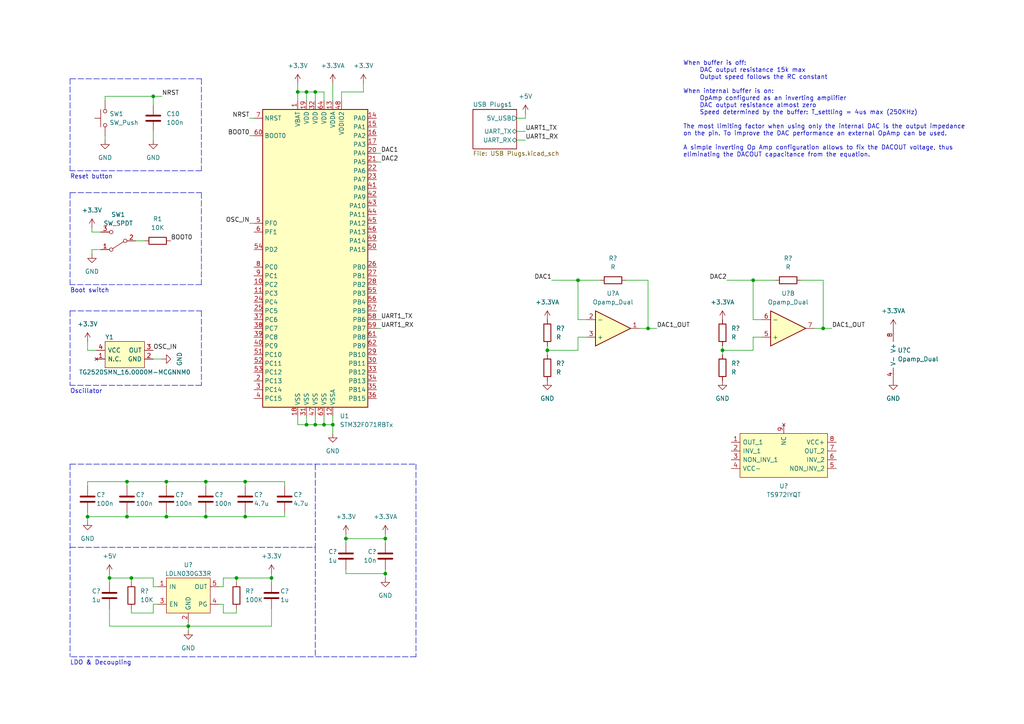
<source format=kicad_sch>
(kicad_sch (version 20211123) (generator eeschema)
  (paper "A4")
  (lib_symbols
    (symbol "Device:C" (pin_numbers hide) (pin_names (offset 0.254))
      (property "Reference" "C" (at 0.635 2.54 0))
      (property "Value" "C" (at 0.635 -2.54 0))
      (symbol "C_0_1"
        (polyline (pts (xy -2.032 -0.762) (xy 2.032 -0.762)) (stroke (width 0.508)))
        (polyline (pts (xy -2.032 0.762) (xy 2.032 0.762)) (stroke (width 0.508)))
      )
      (symbol "C_1_1"
        (pin passive line (at 0 3.81 270) (length 2.794) (name "~") (number "1"))
        (pin passive line (at 0 -3.81 90) (length 2.794) (name "~") (number "2"))
      )
    )
    (symbol "Device:Opamp_Dual"
      (property "Reference" "U" (at 0 5.08 0))
      (property "Value" "Opamp_Dual" (at 0 -5.08 0))
      (symbol "Opamp_Dual_1_1"
        (polyline (pts (xy -5.08 5.08) (xy 5.08 0) (xy -5.08 -5.08) (xy -5.08 5.08)) (stroke (width 0.254)) (fill (type background)))
        (pin output line (at 7.62 0 180) (length 2.54) (name "~") (number "1"))
        (pin input line (at -7.62 -2.54 0) (length 2.54) (name "-") (number "2"))
        (pin input line (at -7.62 2.54 0) (length 2.54) (name "+") (number "3"))
      )
      (symbol "Opamp_Dual_2_1"
        (polyline (pts (xy -5.08 5.08) (xy 5.08 0) (xy -5.08 -5.08) (xy -5.08 5.08)) (stroke (width 0.254)) (fill (type background)))
        (pin input line (at -7.62 2.54 0) (length 2.54) (name "+") (number "5"))
        (pin input line (at -7.62 -2.54 0) (length 2.54) (name "-") (number "6"))
        (pin output line (at 7.62 0 180) (length 2.54) (name "~") (number "7"))
      )
      (symbol "Opamp_Dual_3_1"
        (pin power_in line (at -2.54 -7.62 90) (length 3.81) (name "V-") (number "4"))
        (pin power_in line (at -2.54 7.62 270) (length 3.81) (name "V+") (number "8"))
      )
    )
    (symbol "Device:R" (pin_numbers hide) (pin_names (offset 0))
      (property "Reference" "R" (at 2.032 0 90))
      (property "Value" "R" (at 0 0 90))
      (symbol "R_0_1"
        (rectangle (start -1.016 -2.54) (end 1.016 2.54) (stroke (width 0.254)))
      )
      (symbol "R_1_1"
        (pin passive line (at 0 3.81 270) (length 1.27) (name "~") (number "1"))
        (pin passive line (at 0 -3.81 90) (length 1.27) (name "~") (number "2"))
      )
    )
    (symbol "MCU_ST_STM32F0:STM32F071RBTx"
      (property "Reference" "U" (at -15.24 44.45 0))
      (property "Value" "STM32F071RBTx" (at 10.16 44.45 0))
      (symbol "STM32F071RBTx_0_1"
        (rectangle (start -15.24 -43.18) (end 15.24 43.18) (stroke (width 0.254)) (fill (type background)))
      )
      (symbol "STM32F071RBTx_1_1"
        (pin power_in line (at -5.08 45.72 270) (length 2.54) (name "VBAT") (number "1"))
        (pin bidirectional line (at -17.78 -7.62 0) (length 2.54) (name "PC2") (number "10"))
        (pin bidirectional line (at -17.78 -10.16 0) (length 2.54) (name "PC3") (number "11"))
        (pin power_in line (at 5.08 -45.72 90) (length 2.54) (name "VSSA") (number "12"))
        (pin power_in line (at 5.08 45.72 270) (length 2.54) (name "VDDA") (number "13"))
        (pin bidirectional line (at 17.78 40.64 180) (length 2.54) (name "PA0") (number "14"))
        (pin bidirectional line (at 17.78 38.1 180) (length 2.54) (name "PA1") (number "15"))
        (pin bidirectional line (at 17.78 35.56 180) (length 2.54) (name "PA2") (number "16"))
        (pin bidirectional line (at 17.78 33.02 180) (length 2.54) (name "PA3") (number "17"))
        (pin power_in line (at -5.08 -45.72 90) (length 2.54) (name "VSS") (number "18"))
        (pin power_in line (at -2.54 45.72 270) (length 2.54) (name "VDD") (number "19"))
        (pin bidirectional line (at -17.78 -35.56 0) (length 2.54) (name "PC13") (number "2"))
        (pin bidirectional line (at 17.78 30.48 180) (length 2.54) (name "PA4") (number "20"))
        (pin bidirectional line (at 17.78 27.94 180) (length 2.54) (name "PA5") (number "21"))
        (pin bidirectional line (at 17.78 25.4 180) (length 2.54) (name "PA6") (number "22"))
        (pin bidirectional line (at 17.78 22.86 180) (length 2.54) (name "PA7") (number "23"))
        (pin bidirectional line (at -17.78 -12.7 0) (length 2.54) (name "PC4") (number "24"))
        (pin bidirectional line (at -17.78 -15.24 0) (length 2.54) (name "PC5") (number "25"))
        (pin bidirectional line (at 17.78 -2.54 180) (length 2.54) (name "PB0") (number "26"))
        (pin bidirectional line (at 17.78 -5.08 180) (length 2.54) (name "PB1") (number "27"))
        (pin bidirectional line (at 17.78 -7.62 180) (length 2.54) (name "PB2") (number "28"))
        (pin bidirectional line (at 17.78 -27.94 180) (length 2.54) (name "PB10") (number "29"))
        (pin bidirectional line (at -17.78 -38.1 0) (length 2.54) (name "PC14") (number "3"))
        (pin bidirectional line (at 17.78 -30.48 180) (length 2.54) (name "PB11") (number "30"))
        (pin power_in line (at -2.54 -45.72 90) (length 2.54) (name "VSS") (number "31"))
        (pin power_in line (at 0 45.72 270) (length 2.54) (name "VDD") (number "32"))
        (pin bidirectional line (at 17.78 -33.02 180) (length 2.54) (name "PB12") (number "33"))
        (pin bidirectional line (at 17.78 -35.56 180) (length 2.54) (name "PB13") (number "34"))
        (pin bidirectional line (at 17.78 -38.1 180) (length 2.54) (name "PB14") (number "35"))
        (pin bidirectional line (at 17.78 -40.64 180) (length 2.54) (name "PB15") (number "36"))
        (pin bidirectional line (at -17.78 -17.78 0) (length 2.54) (name "PC6") (number "37"))
        (pin bidirectional line (at -17.78 -20.32 0) (length 2.54) (name "PC7") (number "38"))
        (pin bidirectional line (at -17.78 -22.86 0) (length 2.54) (name "PC8") (number "39"))
        (pin bidirectional line (at -17.78 -40.64 0) (length 2.54) (name "PC15") (number "4"))
        (pin bidirectional line (at -17.78 -25.4 0) (length 2.54) (name "PC9") (number "40"))
        (pin bidirectional line (at 17.78 20.32 180) (length 2.54) (name "PA8") (number "41"))
        (pin bidirectional line (at 17.78 17.78 180) (length 2.54) (name "PA9") (number "42"))
        (pin bidirectional line (at 17.78 15.24 180) (length 2.54) (name "PA10") (number "43"))
        (pin bidirectional line (at 17.78 12.7 180) (length 2.54) (name "PA11") (number "44"))
        (pin bidirectional line (at 17.78 10.16 180) (length 2.54) (name "PA12") (number "45"))
        (pin bidirectional line (at 17.78 7.62 180) (length 2.54) (name "PA13") (number "46"))
        (pin power_in line (at 0 -45.72 90) (length 2.54) (name "VSS") (number "47"))
        (pin power_in line (at 7.62 45.72 270) (length 2.54) (name "VDDIO2") (number "48"))
        (pin bidirectional line (at 17.78 5.08 180) (length 2.54) (name "PA14") (number "49"))
        (pin input line (at -17.78 10.16 0) (length 2.54) (name "PF0") (number "5"))
        (pin bidirectional line (at 17.78 2.54 180) (length 2.54) (name "PA15") (number "50"))
        (pin bidirectional line (at -17.78 -27.94 0) (length 2.54) (name "PC10") (number "51"))
        (pin bidirectional line (at -17.78 -30.48 0) (length 2.54) (name "PC11") (number "52"))
        (pin bidirectional line (at -17.78 -33.02 0) (length 2.54) (name "PC12") (number "53"))
        (pin bidirectional line (at -17.78 2.54 0) (length 2.54) (name "PD2") (number "54"))
        (pin bidirectional line (at 17.78 -10.16 180) (length 2.54) (name "PB3") (number "55"))
        (pin bidirectional line (at 17.78 -12.7 180) (length 2.54) (name "PB4") (number "56"))
        (pin bidirectional line (at 17.78 -15.24 180) (length 2.54) (name "PB5") (number "57"))
        (pin bidirectional line (at 17.78 -17.78 180) (length 2.54) (name "PB6") (number "58"))
        (pin bidirectional line (at 17.78 -20.32 180) (length 2.54) (name "PB7") (number "59"))
        (pin input line (at -17.78 7.62 0) (length 2.54) (name "PF1") (number "6"))
        (pin input line (at -17.78 35.56 0) (length 2.54) (name "BOOT0") (number "60"))
        (pin bidirectional line (at 17.78 -22.86 180) (length 2.54) (name "PB8") (number "61"))
        (pin bidirectional line (at 17.78 -25.4 180) (length 2.54) (name "PB9") (number "62"))
        (pin power_in line (at 2.54 -45.72 90) (length 2.54) (name "VSS") (number "63"))
        (pin power_in line (at 2.54 45.72 270) (length 2.54) (name "VDD") (number "64"))
        (pin input line (at -17.78 40.64 0) (length 2.54) (name "NRST") (number "7"))
        (pin bidirectional line (at -17.78 -2.54 0) (length 2.54) (name "PC0") (number "8"))
        (pin bidirectional line (at -17.78 -5.08 0) (length 2.54) (name "PC1") (number "9"))
      )
    )
    (symbol "Signal Generator Components:LDLN030G33R" (pin_names (offset 0.762))
      (property "Reference" "U?" (at 0 3.81 0))
      (property "Value" "LDLN030G33R" (at 0 1.27 0))
      (symbol "LDLN030G33R_0_0"
        (pin passive line (at -2.54 -2.54 0) (length 2.54) (name "IN") (number "1"))
        (pin passive line (at 6.35 -12.7 90) (length 2.54) (name "GND") (number "2"))
        (pin passive line (at -2.54 -7.62 0) (length 2.54) (name "EN") (number "3"))
        (pin passive line (at 15.24 -7.62 180) (length 2.54) (name "PG") (number "4"))
        (pin passive line (at 15.24 -2.54 180) (length 2.54) (name "OUT") (number "5"))
      )
      (symbol "LDLN030G33R_0_1"
        (polyline (pts (xy 0 0) (xy 12.7 0) (xy 12.7 -10.16) (xy 0 -10.16) (xy 0 0)) (stroke (width 0.1524)) (fill (type background)))
      )
    )
    (symbol "Signal Generator Components:TG2520SMN_16.0000M-MCGNNM0" (pin_names (offset 0.762))
      (property "Reference" "Y?" (at 5.08 3.81 0))
      (property "Value" "TG2520SMN_16.0000M-MCGNNM0" (at 5.08 -6.35 0))
      (symbol "TG2520SMN_16.0000M-MCGNNM0_0_0"
        (pin no_connect line (at 2.54 -2.54 0) (length 2.54) (name "N.C.") (number "1"))
        (pin passive line (at 19.05 -2.54 180) (length 2.54) (name "GND") (number "2"))
        (pin passive line (at 19.05 0 180) (length 2.54) (name "OUT") (number "3"))
        (pin passive line (at 2.54 0 0) (length 2.54) (name "VCC") (number "4"))
      )
      (symbol "TG2520SMN_16.0000M-MCGNNM0_0_1"
        (polyline (pts (xy 5.08 2.54) (xy 16.51 2.54) (xy 16.51 -5.08) (xy 5.08 -5.08) (xy 5.08 2.54)) (stroke (width 0.1524)) (fill (type background)))
      )
    )
    (symbol "Signal Generator Components:TS972IYQT" (pin_names (offset 0.762))
      (property "Reference" "U?" (at 0 1.27 0))
      (property "Value" "TS972IYQT" (at 0 -13.97 0))
      (symbol "TS972IYQT_0_0"
        (pin passive line (at -2.54 -2.54 0) (length 2.54) (name "OUT_1") (number "1"))
        (pin passive line (at -2.54 -5.08 0) (length 2.54) (name "INV_1") (number "2"))
        (pin passive line (at -2.54 -7.62 0) (length 2.54) (name "NON_INV_1") (number "3"))
        (pin passive line (at -2.54 -10.16 0) (length 2.54) (name "VCC-") (number "4"))
        (pin passive line (at 27.94 -10.16 180) (length 2.54) (name "NON_INV_2") (number "5"))
        (pin passive line (at 27.94 -7.62 180) (length 2.54) (name "INV_2") (number "6"))
        (pin passive line (at 27.94 -5.08 180) (length 2.54) (name "OUT_2") (number "7"))
        (pin passive line (at 27.94 -2.54 180) (length 2.54) (name "VCC+") (number "8"))
        (pin no_connect line (at 12.7 2.54 270) (length 2.54) (name "NC") (number "9"))
      )
      (symbol "TS972IYQT_0_1"
        (polyline (pts (xy 0 0) (xy 25.4 0) (xy 25.4 -12.7) (xy 0 -12.7) (xy 0 0)) (stroke (width 0.1524)) (fill (type background)))
      )
    )
    (symbol "Switch:SW_Push" (pin_numbers hide) (pin_names (offset 1.016) hide)
      (property "Reference" "SW" (at 1.27 2.54 0))
      (property "Value" "SW_Push" (at 0 -1.524 0))
      (symbol "SW_Push_0_1"
        (circle (center -2.032 0) (radius 0.508))
        (polyline (pts (xy 0 1.27) (xy 0 3.048)))
        (polyline (pts (xy 2.54 1.27) (xy -2.54 1.27)))
        (circle (center 2.032 0) (radius 0.508))
        (pin passive line (at -5.08 0 0) (length 2.54) (name "1") (number "1"))
        (pin passive line (at 5.08 0 180) (length 2.54) (name "2") (number "2"))
      )
    )
    (symbol "Switch:SW_SPDT" (pin_names (offset 0) hide)
      (property "Reference" "SW" (at 0 4.318 0))
      (property "Value" "SW_SPDT" (at 0 -5.08 0))
      (symbol "SW_SPDT_0_0"
        (circle (center -2.032 0) (radius 0.508))
        (circle (center 2.032 -2.54) (radius 0.508))
      )
      (symbol "SW_SPDT_0_1"
        (polyline (pts (xy -1.524 0.254) (xy 1.651 2.286)))
        (circle (center 2.032 2.54) (radius 0.508))
      )
      (symbol "SW_SPDT_1_1"
        (pin passive line (at 5.08 2.54 180) (length 2.54) (name "A") (number "1"))
        (pin passive line (at -5.08 0 0) (length 2.54) (name "B") (number "2"))
        (pin passive line (at 5.08 -2.54 180) (length 2.54) (name "C") (number "3"))
      )
    )
    (symbol "power:+3.3V" (power) (pin_names (offset 0))
      (property "Value" "+3.3V" (at 0 3.556 0))
      (symbol "+3.3V_0_1"
        (polyline (pts (xy -0.762 1.27) (xy 0 2.54)))
        (polyline (pts (xy 0 0) (xy 0 2.54)))
        (polyline (pts (xy 0 2.54) (xy 0.762 1.27)))
      )
      (symbol "+3.3V_1_1"
        (pin power_in line (at 0 0 90) (length 0) hide (name "+3.3V") (number "1"))
      )
    )
    (symbol "power:+3.3VA" (power) (pin_names (offset 0))
      (property "Value" "+3.3VA" (at 0 3.556 0))
      (symbol "+3.3VA_0_1"
        (polyline (pts (xy -0.762 1.27) (xy 0 2.54)))
        (polyline (pts (xy 0 0) (xy 0 2.54)))
        (polyline (pts (xy 0 2.54) (xy 0.762 1.27)))
      )
      (symbol "+3.3VA_1_1"
        (pin power_in line (at 0 0 90) (length 0) hide (name "+3.3VA") (number "1"))
      )
    )
    (symbol "power:+5V" (power) (pin_names (offset 0))
      (property "Value" "+5V" (at 0 3.556 0))
      (symbol "+5V_0_1"
        (polyline (pts (xy -0.762 1.27) (xy 0 2.54)))
        (polyline (pts (xy 0 0) (xy 0 2.54)))
        (polyline (pts (xy 0 2.54) (xy 0.762 1.27)))
      )
      (symbol "+5V_1_1"
        (pin power_in line (at 0 0 90) (length 0) hide (name "+5V") (number "1"))
      )
    )
    (symbol "power:GND" (power) (pin_names (offset 0))
      (property "Value" "GND" (at 0 -3.81 0))
      (symbol "GND_0_1"
        (polyline (pts (xy 0 0) (xy 0 -1.27) (xy 1.27 -1.27) (xy 0 -2.54) (xy -1.27 -1.27) (xy 0 -1.27)))
      )
      (symbol "GND_1_1"
        (pin power_in line (at 0 0 270) (length 0) hide (name "GND") (number "1"))
      )
    )
  )
  (junction (at 25.4 149.86))
  (junction (at 218.44 81.28))
  (junction (at 44.45 27.94))
  (junction (at 93.98 123.19))
  (junction (at 187.96 95.25))
  (junction (at 48.26 139.7))
  (junction (at 48.26 149.86))
  (junction (at 38.1 167.64))
  (junction (at 78.74 167.64))
  (junction (at 209.55 101.6))
  (junction (at 36.83 139.7))
  (junction (at 59.69 149.86))
  (junction (at 91.44 26.67))
  (junction (at 71.12 149.86))
  (junction (at 167.64 81.28))
  (junction (at 88.9 123.19))
  (junction (at 100.33 156.21))
  (junction (at 158.75 101.6))
  (junction (at 91.44 123.19))
  (junction (at 96.52 123.19))
  (junction (at 59.69 139.7))
  (junction (at 86.36 26.67))
  (junction (at 36.83 149.86))
  (junction (at 68.58 167.64))
  (junction (at 111.76 166.37))
  (junction (at 31.75 167.64))
  (junction (at 111.76 156.21))
  (junction (at 238.76 95.25))
  (junction (at 88.9 26.67))
  (junction (at 54.61 181.61))
  (junction (at 71.12 139.7))
  (wire (pts (xy 111.76 156.21) (xy 111.76 157.48)))
  (wire (pts (xy 31.75 181.61) (xy 54.61 181.61)))
  (wire (pts (xy 181.61 81.28) (xy 187.96 81.28)))
  (polyline (pts (xy 120.65 190.5) (xy 20.32 190.5)))
  (wire (pts (xy 111.76 154.94) (xy 111.76 156.21)))
  (polyline (pts (xy 58.42 49.53) (xy 20.32 49.53)))
  (wire (pts (xy 158.75 100.33) (xy 158.75 101.6)))
  (wire (pts (xy 64.77 177.8) (xy 68.58 177.8)))
  (wire (pts (xy 68.58 167.64) (xy 68.58 168.91)))
  (wire (pts (xy 25.4 101.6) (xy 27.94 101.6)))
  (wire (pts (xy 25.4 99.06) (xy 25.4 101.6)))
  (wire (pts (xy 209.55 101.6) (xy 209.55 102.87)))
  (wire (pts (xy 64.77 175.26) (xy 63.5 175.26)))
  (wire (pts (xy 82.55 149.86) (xy 71.12 149.86)))
  (wire (pts (xy 111.76 166.37) (xy 100.33 166.37)))
  (polyline (pts (xy 58.42 22.86) (xy 58.42 49.53)))
  (wire (pts (xy 86.36 120.65) (xy 86.36 123.19)))
  (wire (pts (xy 187.96 95.25) (xy 190.5 95.25)))
  (wire (pts (xy 30.48 27.94) (xy 44.45 27.94)))
  (wire (pts (xy 64.77 167.64) (xy 64.77 170.18)))
  (wire (pts (xy 167.64 97.79) (xy 170.18 97.79)))
  (wire (pts (xy 224.79 81.28) (xy 218.44 81.28)))
  (wire (pts (xy 110.49 46.99) (xy 109.22 46.99)))
  (wire (pts (xy 238.76 81.28) (xy 238.76 95.25)))
  (wire (pts (xy 25.4 140.97) (xy 25.4 139.7)))
  (wire (pts (xy 54.61 181.61) (xy 54.61 182.88)))
  (wire (pts (xy 44.45 170.18) (xy 44.45 167.64)))
  (wire (pts (xy 167.64 101.6) (xy 158.75 101.6)))
  (wire (pts (xy 59.69 139.7) (xy 71.12 139.7)))
  (wire (pts (xy 173.99 81.28) (xy 167.64 81.28)))
  (wire (pts (xy 210.82 81.28) (xy 218.44 81.28)))
  (wire (pts (xy 26.67 72.39) (xy 29.21 72.39)))
  (wire (pts (xy 25.4 139.7) (xy 36.83 139.7)))
  (wire (pts (xy 64.77 167.64) (xy 68.58 167.64)))
  (wire (pts (xy 26.67 67.31) (xy 26.67 66.04)))
  (wire (pts (xy 72.39 64.77) (xy 73.66 64.77)))
  (polyline (pts (xy 58.42 90.17) (xy 58.42 111.76)))
  (wire (pts (xy 149.86 34.29) (xy 152.4 34.29)))
  (wire (pts (xy 48.26 149.86) (xy 59.69 149.86)))
  (wire (pts (xy 25.4 151.13) (xy 25.4 149.86)))
  (wire (pts (xy 88.9 123.19) (xy 91.44 123.19)))
  (wire (pts (xy 93.98 26.67) (xy 93.98 29.21)))
  (polyline (pts (xy 20.32 134.62) (xy 120.65 134.62)))
  (wire (pts (xy 88.9 120.65) (xy 88.9 123.19)))
  (wire (pts (xy 44.45 27.94) (xy 46.99 27.94)))
  (wire (pts (xy 68.58 176.53) (xy 68.58 177.8)))
  (polyline (pts (xy 91.44 158.75) (xy 91.44 190.5)))
  (wire (pts (xy 36.83 149.86) (xy 48.26 149.86)))
  (polyline (pts (xy 91.44 134.62) (xy 91.44 158.75)))
  (wire (pts (xy 44.45 104.14) (xy 46.99 104.14)))
  (wire (pts (xy 36.83 139.7) (xy 36.83 140.97)))
  (wire (pts (xy 149.86 40.64) (xy 152.4 40.64)))
  (wire (pts (xy 25.4 148.59) (xy 25.4 149.86)))
  (wire (pts (xy 44.45 38.1) (xy 44.45 40.64)))
  (wire (pts (xy 96.52 29.21) (xy 96.52 24.13)))
  (wire (pts (xy 91.44 120.65) (xy 91.44 123.19)))
  (wire (pts (xy 64.77 177.8) (xy 64.77 175.26)))
  (wire (pts (xy 31.75 176.53) (xy 31.75 181.61)))
  (wire (pts (xy 218.44 97.79) (xy 218.44 101.6)))
  (wire (pts (xy 54.61 180.34) (xy 54.61 181.61)))
  (polyline (pts (xy 20.32 22.86) (xy 20.32 49.53)))
  (wire (pts (xy 45.72 170.18) (xy 44.45 170.18)))
  (polyline (pts (xy 20.32 22.86) (xy 58.42 22.86)))
  (wire (pts (xy 218.44 101.6) (xy 209.55 101.6)))
  (wire (pts (xy 26.67 67.31) (xy 29.21 67.31)))
  (wire (pts (xy 31.75 166.37) (xy 31.75 167.64)))
  (wire (pts (xy 111.76 167.64) (xy 111.76 166.37)))
  (wire (pts (xy 54.61 181.61) (xy 78.74 181.61)))
  (wire (pts (xy 100.33 154.94) (xy 100.33 156.21)))
  (wire (pts (xy 99.06 29.21) (xy 99.06 26.67)))
  (wire (pts (xy 232.41 81.28) (xy 238.76 81.28)))
  (wire (pts (xy 187.96 81.28) (xy 187.96 95.25)))
  (polyline (pts (xy 20.32 90.17) (xy 58.42 90.17)))
  (wire (pts (xy 96.52 120.65) (xy 96.52 123.19)))
  (wire (pts (xy 25.4 149.86) (xy 36.83 149.86)))
  (wire (pts (xy 100.33 156.21) (xy 100.33 157.48)))
  (wire (pts (xy 110.49 95.25) (xy 109.22 95.25)))
  (wire (pts (xy 88.9 26.67) (xy 91.44 26.67)))
  (wire (pts (xy 39.37 69.85) (xy 41.91 69.85)))
  (wire (pts (xy 96.52 123.19) (xy 96.52 125.73)))
  (wire (pts (xy 71.12 148.59) (xy 71.12 149.86)))
  (wire (pts (xy 218.44 97.79) (xy 220.98 97.79)))
  (wire (pts (xy 38.1 176.53) (xy 38.1 177.8)))
  (polyline (pts (xy 58.42 82.55) (xy 20.32 82.55)))
  (wire (pts (xy 149.86 38.1) (xy 152.4 38.1)))
  (wire (pts (xy 238.76 95.25) (xy 241.3 95.25)))
  (wire (pts (xy 209.55 100.33) (xy 209.55 101.6)))
  (wire (pts (xy 72.39 34.29) (xy 73.66 34.29)))
  (wire (pts (xy 64.77 170.18) (xy 63.5 170.18)))
  (wire (pts (xy 110.49 44.45) (xy 109.22 44.45)))
  (polyline (pts (xy 58.42 55.88) (xy 58.42 82.55)))
  (wire (pts (xy 44.45 27.94) (xy 44.45 30.48)))
  (wire (pts (xy 78.74 166.37) (xy 78.74 167.64)))
  (polyline (pts (xy 20.32 134.62) (xy 20.32 190.5)))
  (wire (pts (xy 91.44 26.67) (xy 93.98 26.67)))
  (wire (pts (xy 44.45 177.8) (xy 44.45 175.26)))
  (wire (pts (xy 48.26 139.7) (xy 59.69 139.7)))
  (wire (pts (xy 59.69 149.86) (xy 71.12 149.86)))
  (wire (pts (xy 167.64 81.28) (xy 167.64 92.71)))
  (wire (pts (xy 38.1 177.8) (xy 44.45 177.8)))
  (wire (pts (xy 72.39 39.37) (xy 73.66 39.37)))
  (wire (pts (xy 99.06 26.67) (xy 105.41 26.67)))
  (wire (pts (xy 93.98 123.19) (xy 96.52 123.19)))
  (polyline (pts (xy 20.32 55.88) (xy 58.42 55.88)))
  (wire (pts (xy 167.64 97.79) (xy 167.64 101.6)))
  (wire (pts (xy 218.44 92.71) (xy 220.98 92.71)))
  (wire (pts (xy 26.67 73.66) (xy 26.67 72.39)))
  (wire (pts (xy 93.98 120.65) (xy 93.98 123.19)))
  (wire (pts (xy 82.55 139.7) (xy 82.55 140.97)))
  (polyline (pts (xy 20.32 158.75) (xy 91.44 158.75)))
  (wire (pts (xy 100.33 165.1) (xy 100.33 166.37)))
  (wire (pts (xy 160.02 81.28) (xy 167.64 81.28)))
  (wire (pts (xy 111.76 165.1) (xy 111.76 166.37)))
  (wire (pts (xy 86.36 123.19) (xy 88.9 123.19)))
  (wire (pts (xy 71.12 139.7) (xy 82.55 139.7)))
  (wire (pts (xy 185.42 95.25) (xy 187.96 95.25)))
  (wire (pts (xy 78.74 168.91) (xy 78.74 167.64)))
  (wire (pts (xy 86.36 29.21) (xy 86.36 26.67)))
  (wire (pts (xy 91.44 123.19) (xy 93.98 123.19)))
  (polyline (pts (xy 20.32 90.17) (xy 20.32 111.76)))
  (wire (pts (xy 105.41 24.13) (xy 105.41 26.67)))
  (wire (pts (xy 44.45 167.64) (xy 38.1 167.64)))
  (wire (pts (xy 59.69 139.7) (xy 59.69 140.97)))
  (wire (pts (xy 167.64 92.71) (xy 170.18 92.71)))
  (wire (pts (xy 88.9 29.21) (xy 88.9 26.67)))
  (wire (pts (xy 31.75 168.91) (xy 31.75 167.64)))
  (wire (pts (xy 30.48 39.37) (xy 30.48 40.64)))
  (wire (pts (xy 36.83 139.7) (xy 48.26 139.7)))
  (wire (pts (xy 44.45 175.26) (xy 45.72 175.26)))
  (wire (pts (xy 31.75 167.64) (xy 38.1 167.64)))
  (wire (pts (xy 82.55 149.86) (xy 82.55 148.59)))
  (wire (pts (xy 59.69 148.59) (xy 59.69 149.86)))
  (wire (pts (xy 38.1 167.64) (xy 38.1 168.91)))
  (wire (pts (xy 78.74 176.53) (xy 78.74 181.61)))
  (wire (pts (xy 152.4 34.29) (xy 152.4 33.02)))
  (polyline (pts (xy 120.65 134.62) (xy 120.65 190.5)))
  (wire (pts (xy 110.49 92.71) (xy 109.22 92.71)))
  (wire (pts (xy 158.75 101.6) (xy 158.75 102.87)))
  (wire (pts (xy 218.44 81.28) (xy 218.44 92.71)))
  (wire (pts (xy 111.76 156.21) (xy 100.33 156.21)))
  (wire (pts (xy 48.26 139.7) (xy 48.26 140.97)))
  (wire (pts (xy 48.26 148.59) (xy 48.26 149.86)))
  (wire (pts (xy 91.44 29.21) (xy 91.44 26.67)))
  (polyline (pts (xy 20.32 55.88) (xy 20.32 82.55)))
  (wire (pts (xy 71.12 139.7) (xy 71.12 140.97)))
  (wire (pts (xy 36.83 148.59) (xy 36.83 149.86)))
  (wire (pts (xy 86.36 26.67) (xy 88.9 26.67)))
  (wire (pts (xy 68.58 167.64) (xy 78.74 167.64)))
  (wire (pts (xy 86.36 24.13) (xy 86.36 26.67)))
  (polyline (pts (xy 58.42 111.76) (xy 20.32 111.76)))
  (wire (pts (xy 30.48 29.21) (xy 30.48 27.94)))
  (wire (pts (xy 236.22 95.25) (xy 238.76 95.25)))
  (text "Boot switch" (at 20.32 85.09 0) (effects (font (size 1.27 1.27)) (justify left bottom)))
  (text "When buffer is off:\n	DAC output resistance 15k max\n	Output speed follows the RC constant\n\nWhen internal buffer is on:\n	OpAmp configured as an inverting amplifier\n	DAC output resistance almost zero\n	Speed determined by the buffer: T_settling = 4us max (250KHz)\n\nThe most limiting factor when using only the internal DAC is the output impedance\non the pin. To improve the DAC performance an external OpAmp can be used.\n\nA simple inverting Op Amp configuration allows to fix the DACOUT voltage, thus\neliminating the DACOUT capacitance from the equation." (at 198.12 45.72 0) (effects (font (size 1.27 1.27)) (justify left bottom)))
  (text "LDO & Decoupling" (at 20.32 193.04 0) (effects (font (size 1.27 1.27)) (justify left bottom)))
  (text "Oscillator" (at 20.32 114.3 0) (effects (font (size 1.27 1.27)) (justify left bottom)))
  (text "Reset button\n" (at 20.32 52.07 0) (effects (font (size 1.27 1.27)) (justify left bottom)))
  (label "OSC_IN" (at 72.39 64.77 180))
  (label "DAC1" (at 160.02 81.28 180))
  (label "UART1_TX" (at 152.4 38.1 0))
  (label "DAC1_OUT" (at 190.5 95.25 0))
  (label "UART1_TX" (at 110.49 92.71 0))
  (label "UART1_RX" (at 110.49 95.25 0))
  (label "DAC1_OUT" (at 241.3 95.25 0))
  (label "DAC1" (at 110.49 44.45 0))
  (label "UART1_RX" (at 152.4 40.64 0))
  (label "OSC_IN" (at 44.45 101.6 0))
  (label "NRST" (at 46.99 27.94 0))
  (label "DAC2" (at 110.49 46.99 0))
  (label "BOOT0" (at 72.39 39.37 180))
  (label "BOOT0" (at 49.53 69.85 0))
  (label "NRST" (at 72.39 34.29 180))
  (label "DAC2" (at 210.82 81.28 180))
  (symbol (lib_id "Device:C") (at 44.45 34.29 0) (unit 1)
    (property "Reference" "C10" (at 48.26 33.0199 0) (effects (justify left)))
    (property "Value" "100n" (at 48.26 35.5599 0) (effects (justify left)))
  )
  (symbol (lib_id "Device:C") (at 31.75 172.72 0) (mirror y) (unit 1)
    (property "Reference" "C?" (at 29.21 171.45 0) (effects (justify left)))
    (property "Value" "1u" (at 29.21 173.99 0) (effects (justify left)))
  )
  (symbol (lib_id "power:+3.3VA") (at 259.08 95.25 0) (unit 1)
    (property "Reference" "#PWR?" (effects hide))
    (property "Value" "+3.3VA" (at 259.08 90.17 0))
  )
  (symbol (lib_id "MCU_ST_STM32F0:STM32F071RBTx") (at 91.44 74.93 0) (unit 1)
    (property "Reference" "U1" (at 98.5394 120.65 0) (effects (justify left)))
    (property "Value" "STM32F071RBTx" (at 98.5394 123.19 0) (effects (justify left)))
    (property "Footprint" "Package_QFP:LQFP-64_10x10mm_P0.5mm" (effects hide))
    (property "Datasheet" "http://www.st.com/st-web-ui/static/active/en/resource/technical/document/datasheet/DM00098745.pdf" (effects hide))
  )
  (symbol (lib_id "power:GND") (at 44.45 40.64 0) (unit 1)
    (property "Reference" "#PWR0104" (effects hide))
    (property "Value" "GND" (at 44.45 45.72 0))
  )
  (symbol (lib_id "Switch:SW_Push") (at 30.48 34.29 90) (unit 1)
    (property "Reference" "SW1" (at 31.75 33.0199 90) (effects (justify right)))
    (property "Value" "SW_Push" (at 31.75 35.5599 90) (effects (justify right)))
  )
  (symbol (lib_id "power:+5V") (at 152.4 33.02 0) (unit 1)
    (property "Reference" "#PWR0115" (effects hide))
    (property "Value" "+5V" (at 152.4 27.94 0))
  )
  (symbol (lib_id "power:GND") (at 209.55 110.49 0) (unit 1)
    (property "Reference" "#PWR?" (effects hide))
    (property "Value" "GND" (at 209.55 115.57 0))
  )
  (symbol (lib_id "power:GND") (at 96.52 125.73 0) (unit 1)
    (property "Reference" "#PWR0109" (effects hide))
    (property "Value" "GND" (at 96.52 130.81 0))
  )
  (symbol (lib_id "Device:R") (at 38.1 172.72 180) (unit 1)
    (property "Reference" "R?" (at 40.64 171.4499 0) (effects (justify right)))
    (property "Value" "10K" (at 40.64 173.9899 0) (effects (justify right)))
  )
  (symbol (lib_id "Device:R") (at 177.8 81.28 90) (unit 1)
    (property "Reference" "R?" (at 177.8 74.93 90))
    (property "Value" "R" (at 177.8 77.47 90))
  )
  (symbol (lib_id "Device:C") (at 48.26 144.78 0) (unit 1)
    (property "Reference" "C?" (at 50.8 143.51 0) (effects (justify left)))
    (property "Value" "100n" (at 50.8 146.05 0) (effects (justify left)))
  )
  (symbol (lib_id "Device:Opamp_Dual") (at 228.6 95.25 0) (mirror x) (unit 2)
    (property "Reference" "U?" (at 228.6 85.09 0))
    (property "Value" "Opamp_Dual" (at 228.6 87.63 0))
  )
  (symbol (lib_id "power:GND") (at 25.4 151.13 0) (unit 1)
    (property "Reference" "#PWR0112" (effects hide))
    (property "Value" "GND" (at 25.4 156.21 0))
  )
  (symbol (lib_id "power:+3.3VA") (at 96.52 24.13 0) (unit 1)
    (property "Reference" "#PWR0102" (effects hide))
    (property "Value" "+3.3VA" (at 96.52 19.05 0))
  )
  (symbol (lib_id "Device:C") (at 59.69 144.78 0) (unit 1)
    (property "Reference" "C?" (at 62.23 143.51 0) (effects (justify left)))
    (property "Value" "100n" (at 62.23 146.05 0) (effects (justify left)))
  )
  (symbol (lib_id "power:GND") (at 30.48 40.64 0) (unit 1)
    (property "Reference" "#PWR0103" (effects hide))
    (property "Value" "GND" (at 30.48 45.72 0))
  )
  (symbol (lib_id "Device:R") (at 209.55 96.52 180) (unit 1)
    (property "Reference" "R?" (at 212.09 95.2499 0) (effects (justify right)))
    (property "Value" "R" (at 212.09 97.7899 0) (effects (justify right)))
  )
  (symbol (lib_id "Device:C") (at 82.55 144.78 0) (unit 1)
    (property "Reference" "C?" (at 85.09 143.51 0) (effects (justify left)))
    (property "Value" "4.7u" (at 85.09 146.05 0) (effects (justify left)))
  )
  (symbol (lib_id "Device:C") (at 36.83 144.78 0) (unit 1)
    (property "Reference" "C?" (at 39.37 143.51 0) (effects (justify left)))
    (property "Value" "100n" (at 39.37 146.05 0) (effects (justify left)))
  )
  (symbol (lib_id "Signal Generator Components:TG2520SMN_16.0000M-MCGNNM0") (at 25.4 101.6 0) (unit 1)
    (property "Reference" "Y1" (at 30.48 97.79 0) (effects (justify left)))
    (property "Value" "TG2520SMN_16.0000M-MCGNNM0" (at 22.86 107.95 0) (effects (justify left)))
    (property "Datasheet" "https://support.epson.biz/td/api/doc_check.php?dl=brief_TG2520SMN&lang=en" (effects hide))
  )
  (symbol (lib_id "Device:R") (at 228.6 81.28 90) (unit 1)
    (property "Reference" "R?" (at 228.6 74.93 90))
    (property "Value" "R" (at 228.6 77.47 90))
  )
  (symbol (lib_id "Device:R") (at 158.75 106.68 180) (unit 1)
    (property "Reference" "R?" (at 161.29 105.4099 0) (effects (justify right)))
    (property "Value" "R" (at 161.29 107.9499 0) (effects (justify right)))
  )
  (symbol (lib_id "Device:R") (at 45.72 69.85 270) (unit 1)
    (property "Reference" "R1" (at 45.72 63.5 90))
    (property "Value" "10K" (at 45.72 66.04 90))
  )
  (symbol (lib_id "power:GND") (at 259.08 110.49 0) (unit 1)
    (property "Reference" "#PWR?" (effects hide))
    (property "Value" "GND" (at 259.08 115.57 0))
  )
  (symbol (lib_id "Device:R") (at 158.75 96.52 180) (unit 1)
    (property "Reference" "R?" (at 161.29 95.2499 0) (effects (justify right)))
    (property "Value" "R" (at 161.29 97.7899 0) (effects (justify right)))
  )
  (symbol (lib_id "power:GND") (at 158.75 110.49 0) (unit 1)
    (property "Reference" "#PWR?" (effects hide))
    (property "Value" "GND" (at 158.75 115.57 0))
  )
  (symbol (lib_id "power:+5V") (at 31.75 166.37 0) (unit 1)
    (property "Reference" "#PWR?" (effects hide))
    (property "Value" "+5V" (at 31.75 161.29 0))
  )
  (symbol (lib_id "power:GND") (at 26.67 73.66 0) (unit 1)
    (property "Reference" "#PWR0106" (effects hide))
    (property "Value" "GND" (at 26.67 78.74 0))
  )
  (symbol (lib_id "Switch:SW_SPDT") (at 34.29 69.85 180) (unit 1)
    (property "Reference" "SW1" (at 34.29 62.23 0))
    (property "Value" "SW_SPDT" (at 34.29 64.77 0))
  )
  (symbol (lib_id "power:+3.3V") (at 78.74 166.37 0) (mirror y) (unit 1)
    (property "Reference" "#PWR?" (effects hide))
    (property "Value" "+3.3V" (at 78.74 161.29 0))
  )
  (symbol (lib_id "power:+3.3V") (at 105.41 24.13 0) (unit 1)
    (property "Reference" "#PWR?" (effects hide))
    (property "Value" "+3.3V" (at 105.41 19.05 0))
  )
  (symbol (lib_id "power:+3.3V") (at 86.36 24.13 0) (unit 1)
    (property "Reference" "#PWR0101" (effects hide))
    (property "Value" "+3.3V" (at 86.36 19.05 0))
  )
  (symbol (lib_id "Device:C") (at 71.12 144.78 0) (unit 1)
    (property "Reference" "C?" (at 73.66 143.51 0) (effects (justify left)))
    (property "Value" "4.7u" (at 73.66 146.05 0) (effects (justify left)))
  )
  (symbol (lib_id "power:+3.3VA") (at 111.76 154.94 0) (mirror y) (unit 1)
    (property "Reference" "#PWR0111" (effects hide))
    (property "Value" "+3.3VA" (at 111.76 149.86 0))
  )
  (symbol (lib_id "power:GND") (at 54.61 182.88 0) (mirror y) (unit 1)
    (property "Reference" "#PWR?" (effects hide))
    (property "Value" "GND" (at 54.61 187.96 0))
  )
  (symbol (lib_id "power:+3.3VA") (at 158.75 92.71 0) (unit 1)
    (property "Reference" "#PWR?" (effects hide))
    (property "Value" "+3.3VA" (at 158.75 87.63 0))
  )
  (symbol (lib_id "power:+3.3V") (at 100.33 154.94 0) (mirror y) (unit 1)
    (property "Reference" "#PWR0110" (effects hide))
    (property "Value" "+3.3V" (at 100.33 149.86 0))
  )
  (symbol (lib_id "Device:Opamp_Dual") (at 177.8 95.25 0) (mirror x) (unit 1)
    (property "Reference" "U?" (at 177.8 85.09 0))
    (property "Value" "Opamp_Dual" (at 177.8 87.63 0))
  )
  (symbol (lib_id "Device:C") (at 78.74 172.72 0) (unit 1)
    (property "Reference" "C?" (at 81.28 171.45 0) (effects (justify left)))
    (property "Value" "1u" (at 81.28 173.99 0) (effects (justify left)))
  )
  (symbol (lib_id "power:+3.3V") (at 26.67 66.04 0) (unit 1)
    (property "Reference" "#PWR0105" (effects hide))
    (property "Value" "+3.3V" (at 26.67 60.96 0))
  )
  (symbol (lib_id "Device:R") (at 209.55 106.68 180) (unit 1)
    (property "Reference" "R?" (at 212.09 105.4099 0) (effects (justify right)))
    (property "Value" "R" (at 212.09 107.9499 0) (effects (justify right)))
  )
  (symbol (lib_id "Signal Generator Components:TS972IYQT") (at 214.63 125.73 0) (unit 1)
    (property "Reference" "U?" (at 227.33 140.97 0))
    (property "Value" "TS972IYQT" (at 227.33 143.51 0))
    (property "Footprint" "Signal Generator Components:TS972IYQT" (effects hide))
    (property "Datasheet" "https://www.st.com/resource/en/datasheet/ts971.pdf" (effects hide))
  )
  (symbol (lib_id "Device:C") (at 25.4 144.78 0) (unit 1)
    (property "Reference" "C?" (at 27.94 143.51 0) (effects (justify left)))
    (property "Value" "100n" (at 27.94 146.05 0) (effects (justify left)))
  )
  (symbol (lib_id "power:+3.3V") (at 25.4 99.06 0) (unit 1)
    (property "Reference" "#PWR0107" (effects hide))
    (property "Value" "+3.3V" (at 25.4 93.98 0))
  )
  (symbol (lib_id "power:GND") (at 111.76 167.64 0) (mirror y) (unit 1)
    (property "Reference" "#PWR0114" (effects hide))
    (property "Value" "GND" (at 111.76 172.72 0))
  )
  (symbol (lib_id "Device:R") (at 68.58 172.72 180) (unit 1)
    (property "Reference" "R?" (at 71.12 171.4499 0) (effects (justify right)))
    (property "Value" "100K" (at 71.12 173.9899 0) (effects (justify right)))
  )
  (symbol (lib_id "power:GND") (at 46.99 104.14 90) (unit 1)
    (property "Reference" "#PWR0108" (effects hide))
    (property "Value" "GND" (at 52.07 104.14 0))
  )
  (symbol (lib_id "Device:C") (at 111.76 161.29 0) (mirror y) (unit 1)
    (property "Reference" "C?" (at 109.22 160.02 0) (effects (justify left)))
    (property "Value" "10n" (at 109.22 162.56 0) (effects (justify left)))
  )
  (symbol (lib_id "power:+3.3VA") (at 209.55 92.71 0) (unit 1)
    (property "Reference" "#PWR?" (effects hide))
    (property "Value" "+3.3VA" (at 209.55 87.63 0))
  )
  (symbol (lib_id "Device:Opamp_Dual") (at 261.62 102.87 0) (unit 3)
    (property "Reference" "U?" (at 260.35 101.5999 0) (effects (justify left)))
    (property "Value" "Opamp_Dual" (at 260.35 104.1399 0) (effects (justify left)))
  )
  (symbol (lib_id "Device:C") (at 100.33 161.29 0) (mirror y) (unit 1)
    (property "Reference" "C?" (at 97.79 160.02 0) (effects (justify left)))
    (property "Value" "1u" (at 97.79 162.56 0) (effects (justify left)))
  )
  (symbol (lib_id "Signal Generator Components:LDLN030G33R") (at 48.26 167.64 0) (unit 1)
    (property "Reference" "U?" (at 54.61 163.83 0))
    (property "Value" "LDLN030G33R" (at 54.61 166.37 0))
    (property "Footprint" "Signal Generator Components:LDLN030G33R" (effects hide))
    (property "Datasheet" "https://www.st.com/resource/en/datasheet/ldln030.pdf" (effects hide))
  )
  (sheet (at 137.16 31.75) (size 12.7 11.43) (stroke (width 0.1524))
    (property "Sheet name" "USB Plugs1" (at 137.16 31.0384 0) (effects (justify left bottom)))
    (property "Sheet file" "USB Plugs.kicad_sch" (at 137.16 43.7646 0) (effects (justify left top)))
    (pin "5V_USB" output (at 149.86 34.29 0))
    (pin "UART_TX" bidirectional (at 149.86 38.1 0))
    (pin "UART_RX" bidirectional (at 149.86 40.64 0))
  )
)
</source>
